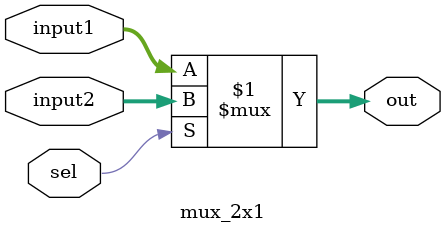
<source format=v>
`timescale 1ns / 1ps



module mux_2x1 #(parameter BITS =32)
    (
input [31:0] input1,input2,
input sel,
output [31:0] out
    );
    assign out = sel ? input2:input1;
endmodule

</source>
